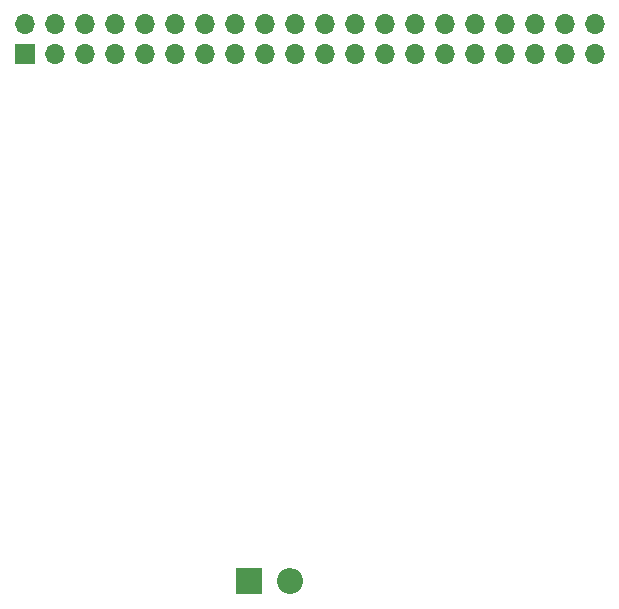
<source format=gbr>
%TF.GenerationSoftware,KiCad,Pcbnew,8.0.9*%
%TF.CreationDate,2025-09-23T01:05:25+07:00*%
%TF.ProjectId,CAN_Shield,43414e5f-5368-4696-956c-642e6b696361,rev?*%
%TF.SameCoordinates,Original*%
%TF.FileFunction,Copper,L2,Bot*%
%TF.FilePolarity,Positive*%
%FSLAX46Y46*%
G04 Gerber Fmt 4.6, Leading zero omitted, Abs format (unit mm)*
G04 Created by KiCad (PCBNEW 8.0.9) date 2025-09-23 01:05:25*
%MOMM*%
%LPD*%
G01*
G04 APERTURE LIST*
%TA.AperFunction,ComponentPad*%
%ADD10R,2.200000X2.200000*%
%TD*%
%TA.AperFunction,ComponentPad*%
%ADD11O,2.200000X2.200000*%
%TD*%
%TA.AperFunction,ComponentPad*%
%ADD12R,1.700000X1.700000*%
%TD*%
%TA.AperFunction,ComponentPad*%
%ADD13O,1.700000X1.700000*%
%TD*%
G04 APERTURE END LIST*
D10*
%TO.P,U1,1,1*%
%TO.N,Net-(U4-CANH)*%
X27332900Y6604000D03*
D11*
%TO.P,U1,2,2*%
%TO.N,Net-(U4-CANL)*%
X30833100Y6604000D03*
%TD*%
D12*
%TO.P,J1,1,Pin_1*%
%TO.N,+3V3*%
X8370000Y51230000D03*
D13*
%TO.P,J1,2,Pin_2*%
%TO.N,+5V*%
X8370000Y53770000D03*
%TO.P,J1,3,Pin_3*%
%TO.N,/GPIO2{slash}SDA1*%
X10910000Y51230000D03*
%TO.P,J1,4,Pin_4*%
%TO.N,+5V*%
X10910000Y53770000D03*
%TO.P,J1,5,Pin_5*%
%TO.N,/GPIO3{slash}SCL1*%
X13450000Y51230000D03*
%TO.P,J1,6,Pin_6*%
%TO.N,GND*%
X13450000Y53770000D03*
%TO.P,J1,7,Pin_7*%
%TO.N,/GPIO4{slash}GPCLK0*%
X15990000Y51230000D03*
%TO.P,J1,8,Pin_8*%
%TO.N,/GPIO14{slash}TXD0*%
X15990000Y53770000D03*
%TO.P,J1,9,Pin_9*%
%TO.N,GND*%
X18530000Y51230000D03*
%TO.P,J1,10,Pin_10*%
%TO.N,/GPIO15{slash}RXD0*%
X18530000Y53770000D03*
%TO.P,J1,11,Pin_11*%
%TO.N,/GPIO17*%
X21070000Y51230000D03*
%TO.P,J1,12,Pin_12*%
%TO.N,/GPIO18{slash}PCM.CLK*%
X21070000Y53770000D03*
%TO.P,J1,13,Pin_13*%
%TO.N,/GPIO27*%
X23610000Y51230000D03*
%TO.P,J1,14,Pin_14*%
%TO.N,GND*%
X23610000Y53770000D03*
%TO.P,J1,15,Pin_15*%
%TO.N,/GPIO22*%
X26150000Y51230000D03*
%TO.P,J1,16,Pin_16*%
%TO.N,/GPIO23*%
X26150000Y53770000D03*
%TO.P,J1,17,Pin_17*%
%TO.N,+3V3*%
X28690000Y51230000D03*
%TO.P,J1,18,Pin_18*%
%TO.N,/GPIO24*%
X28690000Y53770000D03*
%TO.P,J1,19,Pin_19*%
%TO.N,/GPIO10{slash}SPI0.MOSI*%
X31230000Y51230000D03*
%TO.P,J1,20,Pin_20*%
%TO.N,GND*%
X31230000Y53770000D03*
%TO.P,J1,21,Pin_21*%
%TO.N,/GPIO9{slash}SPI0.MISO*%
X33770000Y51230000D03*
%TO.P,J1,22,Pin_22*%
%TO.N,/GPIO25*%
X33770000Y53770000D03*
%TO.P,J1,23,Pin_23*%
%TO.N,/GPIO11{slash}SPI0.SCLK*%
X36310000Y51230000D03*
%TO.P,J1,24,Pin_24*%
%TO.N,/GPIO8{slash}SPI0.CE0*%
X36310000Y53770000D03*
%TO.P,J1,25,Pin_25*%
%TO.N,GND*%
X38850000Y51230000D03*
%TO.P,J1,26,Pin_26*%
%TO.N,/GPIO7{slash}SPI0.CE1*%
X38850000Y53770000D03*
%TO.P,J1,27,Pin_27*%
%TO.N,/ID_SDA*%
X41390000Y51230000D03*
%TO.P,J1,28,Pin_28*%
%TO.N,/ID_SCL*%
X41390000Y53770000D03*
%TO.P,J1,29,Pin_29*%
%TO.N,/GPIO5*%
X43930000Y51230000D03*
%TO.P,J1,30,Pin_30*%
%TO.N,GND*%
X43930000Y53770000D03*
%TO.P,J1,31,Pin_31*%
%TO.N,/GPIO6*%
X46470000Y51230000D03*
%TO.P,J1,32,Pin_32*%
%TO.N,/GPIO12{slash}PWM0*%
X46470000Y53770000D03*
%TO.P,J1,33,Pin_33*%
%TO.N,/GPIO13{slash}PWM1*%
X49010000Y51230000D03*
%TO.P,J1,34,Pin_34*%
%TO.N,GND*%
X49010000Y53770000D03*
%TO.P,J1,35,Pin_35*%
%TO.N,/GPIO19{slash}PCM.FS*%
X51550000Y51230000D03*
%TO.P,J1,36,Pin_36*%
%TO.N,/GPIO16*%
X51550000Y53770000D03*
%TO.P,J1,37,Pin_37*%
%TO.N,/GPIO26*%
X54090000Y51230000D03*
%TO.P,J1,38,Pin_38*%
%TO.N,/GPIO20{slash}PCM.DIN*%
X54090000Y53770000D03*
%TO.P,J1,39,Pin_39*%
%TO.N,GND*%
X56630000Y51230000D03*
%TO.P,J1,40,Pin_40*%
%TO.N,/GPIO21{slash}PCM.DOUT*%
X56630000Y53770000D03*
%TD*%
M02*

</source>
